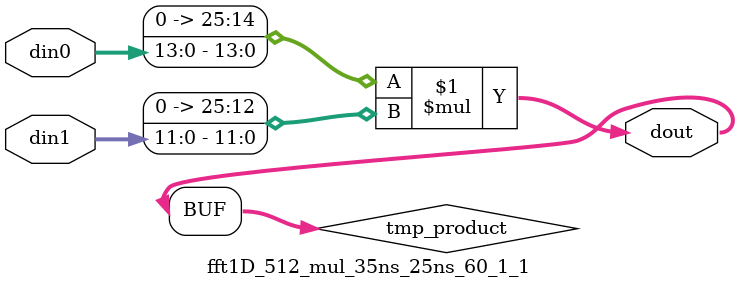
<source format=v>

`timescale 1 ns / 1 ps

  module fft1D_512_mul_35ns_25ns_60_1_1(din0, din1, dout);
parameter ID = 1;
parameter NUM_STAGE = 0;
parameter din0_WIDTH = 14;
parameter din1_WIDTH = 12;
parameter dout_WIDTH = 26;

input [din0_WIDTH - 1 : 0] din0; 
input [din1_WIDTH - 1 : 0] din1; 
output [dout_WIDTH - 1 : 0] dout;

wire signed [dout_WIDTH - 1 : 0] tmp_product;










assign tmp_product = $signed({1'b0, din0}) * $signed({1'b0, din1});











assign dout = tmp_product;







endmodule

</source>
